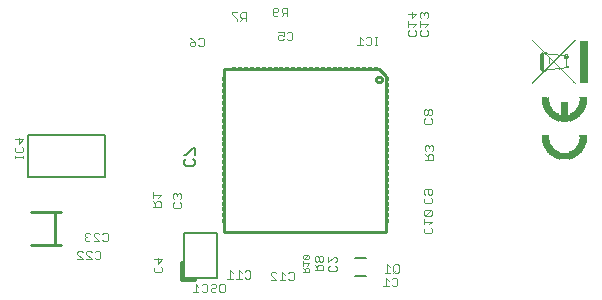
<source format=gbo>
G75*
%MOIN*%
%OFA0B0*%
%FSLAX25Y25*%
%IPPOS*%
%LPD*%
%AMOC8*
5,1,8,0,0,1.08239X$1,22.5*
%
%ADD10C,0.00400*%
%ADD11C,0.00500*%
%ADD12C,0.00800*%
%ADD13C,0.00300*%
%ADD14C,0.01600*%
%ADD15C,0.01000*%
%ADD16R,0.01000X0.01200*%
%ADD17R,0.01200X0.01000*%
%ADD18R,0.00050X0.01500*%
%ADD19R,0.00050X0.01900*%
%ADD20R,0.00050X0.02200*%
%ADD21R,0.00050X0.02150*%
%ADD22R,0.00050X0.02450*%
%ADD23R,0.00050X0.02400*%
%ADD24R,0.00050X0.02650*%
%ADD25R,0.00050X0.02600*%
%ADD26R,0.00050X0.02800*%
%ADD27R,0.00050X0.02750*%
%ADD28R,0.00050X0.03000*%
%ADD29R,0.00050X0.02950*%
%ADD30R,0.00050X0.03150*%
%ADD31R,0.00050X0.03100*%
%ADD32R,0.00050X0.03300*%
%ADD33R,0.00050X0.03250*%
%ADD34R,0.00050X0.03400*%
%ADD35R,0.00050X0.03350*%
%ADD36R,0.00050X0.03550*%
%ADD37R,0.00050X0.03500*%
%ADD38R,0.00050X0.03650*%
%ADD39R,0.00050X0.03600*%
%ADD40R,0.00050X0.03750*%
%ADD41R,0.00050X0.03900*%
%ADD42R,0.00050X0.03850*%
%ADD43R,0.00050X0.04000*%
%ADD44R,0.00050X0.03950*%
%ADD45R,0.00050X0.04100*%
%ADD46R,0.00050X0.04050*%
%ADD47R,0.00050X0.04200*%
%ADD48R,0.00050X0.04150*%
%ADD49R,0.00050X0.04300*%
%ADD50R,0.00050X0.04250*%
%ADD51R,0.00050X0.04350*%
%ADD52R,0.00050X0.04450*%
%ADD53R,0.00050X0.04400*%
%ADD54R,0.00050X0.04550*%
%ADD55R,0.00050X0.04500*%
%ADD56R,0.00050X0.04650*%
%ADD57R,0.00050X0.04600*%
%ADD58R,0.00050X0.04700*%
%ADD59R,0.00050X0.04800*%
%ADD60R,0.00050X0.04750*%
%ADD61R,0.00050X0.04850*%
%ADD62R,0.00050X0.04950*%
%ADD63R,0.00050X0.04900*%
%ADD64R,0.00050X0.05000*%
%ADD65R,0.00050X0.05100*%
%ADD66R,0.00050X0.05050*%
%ADD67R,0.00050X0.05150*%
%ADD68R,0.00050X0.05200*%
%ADD69R,0.00050X0.05300*%
%ADD70R,0.00050X0.05250*%
%ADD71R,0.00050X0.05350*%
%ADD72R,0.00050X0.05400*%
%ADD73R,0.00050X0.05450*%
%ADD74R,0.00050X0.05550*%
%ADD75R,0.00050X0.05500*%
%ADD76R,0.00050X0.05600*%
%ADD77R,0.00050X0.05650*%
%ADD78R,0.00050X0.05700*%
%ADD79R,0.00050X0.05750*%
%ADD80R,0.00050X0.05800*%
%ADD81R,0.00050X0.05850*%
%ADD82R,0.00050X0.05900*%
%ADD83R,0.00050X0.05950*%
%ADD84R,0.00050X0.06000*%
%ADD85R,0.00050X0.00350*%
%ADD86R,0.00050X0.00300*%
%ADD87R,0.00050X0.03800*%
%ADD88R,0.00050X0.03700*%
%ADD89R,0.00050X0.03450*%
%ADD90R,0.00050X0.03200*%
%ADD91R,0.00050X0.03050*%
%ADD92R,0.00050X0.02900*%
%ADD93R,0.00050X0.02850*%
%ADD94R,0.00050X0.02700*%
%ADD95R,0.00050X0.02550*%
%ADD96R,0.00050X0.02500*%
%ADD97R,0.00050X0.02350*%
%ADD98R,0.00050X0.02300*%
%ADD99R,0.00050X0.02250*%
%ADD100R,0.00050X0.06600*%
%ADD101R,0.00050X0.06650*%
%ADD102R,0.00050X0.06700*%
%ADD103R,0.00050X0.01950*%
%ADD104R,0.00100X0.14000*%
%ADD105R,0.00100X0.00200*%
%ADD106R,0.00100X0.00100*%
%ADD107R,0.00100X0.00300*%
%ADD108R,0.00100X0.00400*%
%ADD109R,0.00100X0.00800*%
%ADD110R,0.00100X0.01100*%
%ADD111R,0.00100X0.00500*%
%ADD112R,0.00100X0.03400*%
%ADD113R,0.00100X0.00600*%
%ADD114R,0.00100X0.01900*%
%ADD115R,0.00100X0.02000*%
%ADD116R,0.00100X0.01800*%
%ADD117R,0.00100X0.06300*%
%ADD118R,0.00100X0.06400*%
%ADD119R,0.00100X0.06500*%
%ADD120R,0.00100X0.06000*%
%ADD121R,0.00100X0.01400*%
%ADD122R,0.00100X0.01600*%
%ADD123R,0.00100X0.02700*%
D10*
X0053621Y0026200D02*
X0055489Y0026200D01*
X0053621Y0028068D01*
X0053621Y0028535D01*
X0054088Y0029002D01*
X0055022Y0029002D01*
X0055489Y0028535D01*
X0056568Y0028535D02*
X0057035Y0029002D01*
X0057969Y0029002D01*
X0058436Y0028535D01*
X0059514Y0028535D02*
X0059981Y0029002D01*
X0060915Y0029002D01*
X0061382Y0028535D01*
X0061382Y0026667D01*
X0060915Y0026200D01*
X0059981Y0026200D01*
X0059514Y0026667D01*
X0058436Y0026200D02*
X0056568Y0028068D01*
X0056568Y0028535D01*
X0056568Y0026200D02*
X0058436Y0026200D01*
X0059068Y0032200D02*
X0060936Y0032200D01*
X0059068Y0034068D01*
X0059068Y0034535D01*
X0059535Y0035002D01*
X0060469Y0035002D01*
X0060936Y0034535D01*
X0062014Y0034535D02*
X0062481Y0035002D01*
X0063415Y0035002D01*
X0063882Y0034535D01*
X0063882Y0032667D01*
X0063415Y0032200D01*
X0062481Y0032200D01*
X0062014Y0032667D01*
X0057989Y0032667D02*
X0057522Y0032200D01*
X0056588Y0032200D01*
X0056121Y0032667D01*
X0056121Y0033134D01*
X0056588Y0033601D01*
X0057055Y0033601D01*
X0056588Y0033601D02*
X0056121Y0034068D01*
X0056121Y0034535D01*
X0056588Y0035002D01*
X0057522Y0035002D01*
X0057989Y0034535D01*
X0079082Y0026155D02*
X0081885Y0026155D01*
X0080484Y0024753D01*
X0080484Y0026622D01*
X0081418Y0023675D02*
X0081885Y0023208D01*
X0081885Y0022274D01*
X0081418Y0021807D01*
X0079549Y0021807D01*
X0079082Y0022274D01*
X0079082Y0023208D01*
X0079549Y0023675D01*
X0093109Y0018002D02*
X0094043Y0017068D01*
X0095121Y0017535D02*
X0095588Y0018002D01*
X0096522Y0018002D01*
X0096989Y0017535D01*
X0096989Y0015667D01*
X0096522Y0015200D01*
X0095588Y0015200D01*
X0095121Y0015667D01*
X0094043Y0015200D02*
X0092175Y0015200D01*
X0093109Y0015200D02*
X0093109Y0018002D01*
X0098068Y0017535D02*
X0098535Y0018002D01*
X0099469Y0018002D01*
X0099936Y0017535D01*
X0099936Y0017068D01*
X0099469Y0016601D01*
X0098535Y0016601D01*
X0098068Y0016134D01*
X0098068Y0015667D01*
X0098535Y0015200D01*
X0099469Y0015200D01*
X0099936Y0015667D01*
X0101014Y0015667D02*
X0101014Y0017535D01*
X0101481Y0018002D01*
X0102415Y0018002D01*
X0102882Y0017535D01*
X0102882Y0015667D01*
X0102415Y0015200D01*
X0101481Y0015200D01*
X0101014Y0015667D01*
X0103621Y0019700D02*
X0105489Y0019700D01*
X0104555Y0019700D02*
X0104555Y0022502D01*
X0105489Y0021568D01*
X0107502Y0022502D02*
X0107502Y0019700D01*
X0108436Y0019700D02*
X0106568Y0019700D01*
X0109514Y0020167D02*
X0109981Y0019700D01*
X0110915Y0019700D01*
X0111382Y0020167D01*
X0111382Y0022035D01*
X0110915Y0022502D01*
X0109981Y0022502D01*
X0109514Y0022035D01*
X0108436Y0021568D02*
X0107502Y0022502D01*
X0118121Y0021535D02*
X0118121Y0021068D01*
X0119989Y0019200D01*
X0118121Y0019200D01*
X0121068Y0019200D02*
X0122936Y0019200D01*
X0122002Y0019200D02*
X0122002Y0022002D01*
X0122936Y0021068D01*
X0124014Y0021535D02*
X0124481Y0022002D01*
X0125415Y0022002D01*
X0125882Y0021535D01*
X0125882Y0019667D01*
X0125415Y0019200D01*
X0124481Y0019200D01*
X0124014Y0019667D01*
X0119989Y0021535D02*
X0119522Y0022002D01*
X0118588Y0022002D01*
X0118121Y0021535D01*
X0132782Y0022452D02*
X0135585Y0022452D01*
X0135585Y0023853D01*
X0135118Y0024320D01*
X0134184Y0024320D01*
X0133717Y0023853D01*
X0133717Y0022452D01*
X0133717Y0023386D02*
X0132782Y0024320D01*
X0133249Y0025398D02*
X0133717Y0025398D01*
X0134184Y0025866D01*
X0134184Y0026800D01*
X0133717Y0027267D01*
X0133249Y0027267D01*
X0132782Y0026800D01*
X0132782Y0025866D01*
X0133249Y0025398D01*
X0134184Y0025866D02*
X0134651Y0025398D01*
X0135118Y0025398D01*
X0135585Y0025866D01*
X0135585Y0026800D01*
X0135118Y0027267D01*
X0134651Y0027267D01*
X0134184Y0026800D01*
X0137282Y0027015D02*
X0137282Y0025147D01*
X0139151Y0027015D01*
X0139618Y0027015D01*
X0140085Y0026548D01*
X0140085Y0025614D01*
X0139618Y0025147D01*
X0139618Y0024068D02*
X0140085Y0023601D01*
X0140085Y0022667D01*
X0139618Y0022200D01*
X0137749Y0022200D01*
X0137282Y0022667D01*
X0137282Y0023601D01*
X0137749Y0024068D01*
X0156068Y0021700D02*
X0157936Y0021700D01*
X0157002Y0021700D02*
X0157002Y0024502D01*
X0157936Y0023568D01*
X0159014Y0024035D02*
X0159014Y0022167D01*
X0159481Y0021700D01*
X0160415Y0021700D01*
X0160882Y0022167D01*
X0160882Y0024035D01*
X0160415Y0024502D01*
X0159481Y0024502D01*
X0159014Y0024035D01*
X0159948Y0022634D02*
X0159014Y0021700D01*
X0158981Y0020002D02*
X0159915Y0020002D01*
X0160382Y0019535D01*
X0160382Y0017667D01*
X0159915Y0017200D01*
X0158981Y0017200D01*
X0158514Y0017667D01*
X0157436Y0017200D02*
X0155568Y0017200D01*
X0156502Y0017200D02*
X0156502Y0020002D01*
X0157436Y0019068D01*
X0158514Y0019535D02*
X0158981Y0020002D01*
X0169549Y0034860D02*
X0169082Y0035328D01*
X0169082Y0036262D01*
X0169549Y0036729D01*
X0169082Y0037807D02*
X0169082Y0039675D01*
X0169082Y0038741D02*
X0171885Y0038741D01*
X0170951Y0037807D01*
X0171418Y0036729D02*
X0171885Y0036262D01*
X0171885Y0035328D01*
X0171418Y0034860D01*
X0169549Y0034860D01*
X0169549Y0040753D02*
X0171418Y0042622D01*
X0169549Y0042622D01*
X0169082Y0042155D01*
X0169082Y0041221D01*
X0169549Y0040753D01*
X0171418Y0040753D01*
X0171885Y0041221D01*
X0171885Y0042155D01*
X0171418Y0042622D01*
X0171418Y0044807D02*
X0169549Y0044807D01*
X0169082Y0045274D01*
X0169082Y0046208D01*
X0169549Y0046675D01*
X0169549Y0047753D02*
X0169082Y0048221D01*
X0169082Y0049155D01*
X0169549Y0049622D01*
X0171418Y0049622D01*
X0171885Y0049155D01*
X0171885Y0048221D01*
X0171418Y0047753D01*
X0170951Y0047753D01*
X0170484Y0048221D01*
X0170484Y0049622D01*
X0171418Y0046675D02*
X0171885Y0046208D01*
X0171885Y0045274D01*
X0171418Y0044807D01*
X0170517Y0059307D02*
X0170517Y0060708D01*
X0170984Y0061175D01*
X0171918Y0061175D01*
X0172385Y0060708D01*
X0172385Y0059307D01*
X0169582Y0059307D01*
X0170517Y0060241D02*
X0169582Y0061175D01*
X0170049Y0062253D02*
X0169582Y0062721D01*
X0169582Y0063655D01*
X0170049Y0064122D01*
X0170517Y0064122D01*
X0170984Y0063655D01*
X0170984Y0063188D01*
X0170984Y0063655D02*
X0171451Y0064122D01*
X0171918Y0064122D01*
X0172385Y0063655D01*
X0172385Y0062721D01*
X0171918Y0062253D01*
X0171418Y0071307D02*
X0169549Y0071307D01*
X0169082Y0071774D01*
X0169082Y0072708D01*
X0169549Y0073175D01*
X0169549Y0074253D02*
X0170017Y0074253D01*
X0170484Y0074721D01*
X0170484Y0075655D01*
X0170017Y0076122D01*
X0169549Y0076122D01*
X0169082Y0075655D01*
X0169082Y0074721D01*
X0169549Y0074253D01*
X0170484Y0074721D02*
X0170951Y0074253D01*
X0171418Y0074253D01*
X0171885Y0074721D01*
X0171885Y0075655D01*
X0171418Y0076122D01*
X0170951Y0076122D01*
X0170484Y0075655D01*
X0171418Y0073175D02*
X0171885Y0072708D01*
X0171885Y0071774D01*
X0171418Y0071307D01*
X0153678Y0097574D02*
X0152744Y0097574D01*
X0153211Y0097574D02*
X0153211Y0100376D01*
X0153678Y0100376D02*
X0152744Y0100376D01*
X0151713Y0099909D02*
X0151713Y0098041D01*
X0151246Y0097574D01*
X0150312Y0097574D01*
X0149845Y0098041D01*
X0148767Y0097574D02*
X0146899Y0097574D01*
X0147833Y0097574D02*
X0147833Y0100376D01*
X0148767Y0099442D01*
X0149845Y0099909D02*
X0150312Y0100376D01*
X0151246Y0100376D01*
X0151713Y0099909D01*
X0163782Y0101167D02*
X0164249Y0100700D01*
X0166118Y0100700D01*
X0166585Y0101167D01*
X0166585Y0102101D01*
X0166118Y0102568D01*
X0165651Y0103647D02*
X0166585Y0104581D01*
X0163782Y0104581D01*
X0163782Y0103647D02*
X0163782Y0105515D01*
X0165184Y0106593D02*
X0165184Y0108461D01*
X0166585Y0107994D02*
X0163782Y0107994D01*
X0165184Y0106593D02*
X0166585Y0107994D01*
X0167782Y0107990D02*
X0167782Y0107056D01*
X0168249Y0106589D01*
X0167782Y0105511D02*
X0167782Y0103643D01*
X0167782Y0104577D02*
X0170585Y0104577D01*
X0169651Y0103643D01*
X0170118Y0102564D02*
X0170585Y0102097D01*
X0170585Y0101163D01*
X0170118Y0100696D01*
X0168249Y0100696D01*
X0167782Y0101163D01*
X0167782Y0102097D01*
X0168249Y0102564D01*
X0164249Y0102568D02*
X0163782Y0102101D01*
X0163782Y0101167D01*
X0170118Y0106589D02*
X0170585Y0107056D01*
X0170585Y0107990D01*
X0170118Y0108457D01*
X0169651Y0108457D01*
X0169184Y0107990D01*
X0168717Y0108457D01*
X0168249Y0108457D01*
X0167782Y0107990D01*
X0169184Y0107990D02*
X0169184Y0107523D01*
X0125382Y0101535D02*
X0125382Y0099667D01*
X0124915Y0099200D01*
X0123981Y0099200D01*
X0123514Y0099667D01*
X0122436Y0099667D02*
X0121969Y0099200D01*
X0121035Y0099200D01*
X0120568Y0099667D01*
X0120568Y0100601D01*
X0121035Y0101068D01*
X0121502Y0101068D01*
X0122436Y0100601D01*
X0122436Y0102002D01*
X0120568Y0102002D01*
X0123514Y0101535D02*
X0123981Y0102002D01*
X0124915Y0102002D01*
X0125382Y0101535D01*
X0123634Y0107200D02*
X0123634Y0110002D01*
X0122233Y0110002D01*
X0121766Y0109535D01*
X0121766Y0108601D01*
X0122233Y0108134D01*
X0123634Y0108134D01*
X0122700Y0108134D02*
X0121766Y0107200D01*
X0120688Y0107667D02*
X0120221Y0107200D01*
X0119287Y0107200D01*
X0118820Y0107667D01*
X0118820Y0109535D01*
X0119287Y0110002D01*
X0120221Y0110002D01*
X0120688Y0109535D01*
X0120688Y0109068D01*
X0120221Y0108601D01*
X0118820Y0108601D01*
X0109882Y0108502D02*
X0109882Y0105700D01*
X0109882Y0106634D02*
X0108481Y0106634D01*
X0108014Y0107101D01*
X0108014Y0108035D01*
X0108481Y0108502D01*
X0109882Y0108502D01*
X0106936Y0108502D02*
X0105068Y0108502D01*
X0105068Y0108035D01*
X0106936Y0106167D01*
X0106936Y0105700D01*
X0108014Y0105700D02*
X0108948Y0106634D01*
X0095882Y0099535D02*
X0095882Y0097667D01*
X0095415Y0097200D01*
X0094481Y0097200D01*
X0094014Y0097667D01*
X0092936Y0097667D02*
X0092469Y0097200D01*
X0091535Y0097200D01*
X0091068Y0097667D01*
X0091068Y0098134D01*
X0091535Y0098601D01*
X0092936Y0098601D01*
X0092936Y0097667D01*
X0092936Y0098601D02*
X0092002Y0099535D01*
X0091068Y0100002D01*
X0094014Y0099535D02*
X0094481Y0100002D01*
X0095415Y0100002D01*
X0095882Y0099535D01*
X0035685Y0066155D02*
X0034284Y0064753D01*
X0034284Y0066622D01*
X0035685Y0066155D02*
X0032882Y0066155D01*
X0033349Y0063675D02*
X0032882Y0063208D01*
X0032882Y0062274D01*
X0033349Y0061807D01*
X0035218Y0061807D01*
X0035685Y0062274D01*
X0035685Y0063208D01*
X0035218Y0063675D01*
X0035685Y0060777D02*
X0035685Y0059843D01*
X0035685Y0060310D02*
X0032882Y0060310D01*
X0032882Y0059843D02*
X0032882Y0060777D01*
X0078782Y0048515D02*
X0078782Y0046647D01*
X0078782Y0047581D02*
X0081585Y0047581D01*
X0080651Y0046647D01*
X0081118Y0045568D02*
X0080184Y0045568D01*
X0079717Y0045101D01*
X0079717Y0043700D01*
X0079717Y0044634D02*
X0078782Y0045568D01*
X0078782Y0043700D02*
X0081585Y0043700D01*
X0081585Y0045101D01*
X0081118Y0045568D01*
X0085582Y0044708D02*
X0086049Y0045175D01*
X0085582Y0044708D02*
X0085582Y0043774D01*
X0086049Y0043307D01*
X0087918Y0043307D01*
X0088385Y0043774D01*
X0088385Y0044708D01*
X0087918Y0045175D01*
X0087918Y0046253D02*
X0088385Y0046721D01*
X0088385Y0047655D01*
X0087918Y0048122D01*
X0087451Y0048122D01*
X0086984Y0047655D01*
X0086517Y0048122D01*
X0086049Y0048122D01*
X0085582Y0047655D01*
X0085582Y0046721D01*
X0086049Y0046253D01*
X0086984Y0047188D02*
X0086984Y0047655D01*
D11*
X0089916Y0057250D02*
X0089332Y0057834D01*
X0089332Y0059001D01*
X0089916Y0059585D01*
X0089916Y0060933D02*
X0089332Y0060933D01*
X0089916Y0060933D02*
X0092252Y0063268D01*
X0092835Y0063268D01*
X0092835Y0060933D01*
X0092252Y0059585D02*
X0092835Y0059001D01*
X0092835Y0057834D01*
X0092252Y0057250D01*
X0089916Y0057250D01*
X0089082Y0035000D02*
X0089082Y0020000D01*
X0100082Y0020000D01*
X0100082Y0035000D01*
X0089082Y0035000D01*
D12*
X0062982Y0053500D02*
X0062982Y0067500D01*
X0037182Y0067500D01*
X0037182Y0053500D01*
X0062982Y0053500D01*
X0146114Y0026453D02*
X0150051Y0026453D01*
X0150051Y0020547D02*
X0146114Y0020547D01*
D13*
X0130834Y0021894D02*
X0130834Y0022945D01*
X0130484Y0023295D01*
X0129783Y0023295D01*
X0129433Y0022945D01*
X0129433Y0021894D01*
X0128732Y0021894D02*
X0130834Y0021894D01*
X0129433Y0022595D02*
X0128732Y0023295D01*
X0128732Y0024104D02*
X0128732Y0025505D01*
X0128732Y0024805D02*
X0130834Y0024805D01*
X0130134Y0024104D01*
X0130484Y0026314D02*
X0130834Y0026664D01*
X0130834Y0027365D01*
X0130484Y0027715D01*
X0129083Y0026314D01*
X0128732Y0026664D01*
X0128732Y0027365D01*
X0129083Y0027715D01*
X0130484Y0027715D01*
X0130484Y0026314D02*
X0129083Y0026314D01*
D14*
X0092582Y0019500D02*
X0088582Y0019500D01*
X0088582Y0025000D01*
D15*
X0102484Y0035402D02*
X0156681Y0035402D01*
X0156681Y0087201D01*
X0154283Y0089598D01*
X0102484Y0089598D01*
X0102484Y0035402D01*
X0048382Y0030902D02*
X0038283Y0030902D01*
X0046082Y0031000D02*
X0046082Y0042000D01*
X0048382Y0042098D02*
X0038283Y0042098D01*
X0153205Y0086122D02*
X0153207Y0086184D01*
X0153213Y0086247D01*
X0153223Y0086308D01*
X0153237Y0086369D01*
X0153254Y0086429D01*
X0153275Y0086488D01*
X0153301Y0086545D01*
X0153329Y0086600D01*
X0153361Y0086654D01*
X0153397Y0086705D01*
X0153435Y0086755D01*
X0153477Y0086801D01*
X0153521Y0086845D01*
X0153569Y0086886D01*
X0153618Y0086924D01*
X0153670Y0086958D01*
X0153724Y0086989D01*
X0153780Y0087017D01*
X0153838Y0087041D01*
X0153897Y0087062D01*
X0153957Y0087078D01*
X0154018Y0087091D01*
X0154080Y0087100D01*
X0154142Y0087105D01*
X0154205Y0087106D01*
X0154267Y0087103D01*
X0154329Y0087096D01*
X0154391Y0087085D01*
X0154451Y0087070D01*
X0154511Y0087052D01*
X0154569Y0087030D01*
X0154626Y0087004D01*
X0154681Y0086974D01*
X0154734Y0086941D01*
X0154785Y0086905D01*
X0154833Y0086866D01*
X0154879Y0086823D01*
X0154922Y0086778D01*
X0154962Y0086730D01*
X0154999Y0086680D01*
X0155033Y0086627D01*
X0155064Y0086573D01*
X0155090Y0086517D01*
X0155114Y0086459D01*
X0155133Y0086399D01*
X0155149Y0086339D01*
X0155161Y0086277D01*
X0155169Y0086216D01*
X0155173Y0086153D01*
X0155173Y0086091D01*
X0155169Y0086028D01*
X0155161Y0085967D01*
X0155149Y0085905D01*
X0155133Y0085845D01*
X0155114Y0085785D01*
X0155090Y0085727D01*
X0155064Y0085671D01*
X0155033Y0085617D01*
X0154999Y0085564D01*
X0154962Y0085514D01*
X0154922Y0085466D01*
X0154879Y0085421D01*
X0154833Y0085378D01*
X0154785Y0085339D01*
X0154734Y0085303D01*
X0154681Y0085270D01*
X0154626Y0085240D01*
X0154569Y0085214D01*
X0154511Y0085192D01*
X0154451Y0085174D01*
X0154391Y0085159D01*
X0154329Y0085148D01*
X0154267Y0085141D01*
X0154205Y0085138D01*
X0154142Y0085139D01*
X0154080Y0085144D01*
X0154018Y0085153D01*
X0153957Y0085166D01*
X0153897Y0085182D01*
X0153838Y0085203D01*
X0153780Y0085227D01*
X0153724Y0085255D01*
X0153670Y0085286D01*
X0153618Y0085320D01*
X0153569Y0085358D01*
X0153521Y0085399D01*
X0153477Y0085443D01*
X0153435Y0085489D01*
X0153397Y0085539D01*
X0153361Y0085590D01*
X0153329Y0085644D01*
X0153301Y0085699D01*
X0153275Y0085756D01*
X0153254Y0085815D01*
X0153237Y0085875D01*
X0153223Y0085936D01*
X0153213Y0085997D01*
X0153207Y0086060D01*
X0153205Y0086122D01*
D16*
X0157094Y0086122D03*
X0157094Y0084154D03*
X0157094Y0082185D03*
X0157094Y0080217D03*
X0157094Y0078248D03*
X0157094Y0076280D03*
X0157094Y0074311D03*
X0157094Y0072343D03*
X0157094Y0070374D03*
X0157094Y0068406D03*
X0157094Y0066437D03*
X0157094Y0064469D03*
X0157094Y0062500D03*
X0157094Y0060531D03*
X0157094Y0058563D03*
X0157094Y0056594D03*
X0157094Y0054626D03*
X0157094Y0052657D03*
X0157094Y0050689D03*
X0157094Y0048720D03*
X0157094Y0046752D03*
X0157094Y0044783D03*
X0157094Y0042815D03*
X0157094Y0040846D03*
X0157094Y0038878D03*
X0102071Y0038878D03*
X0102071Y0040846D03*
X0102071Y0042815D03*
X0102071Y0044783D03*
X0102071Y0046752D03*
X0102071Y0048720D03*
X0102071Y0050689D03*
X0102071Y0052657D03*
X0102071Y0054626D03*
X0102071Y0056594D03*
X0102071Y0058563D03*
X0102071Y0060531D03*
X0102071Y0062500D03*
X0102071Y0064469D03*
X0102071Y0066437D03*
X0102071Y0068406D03*
X0102071Y0070374D03*
X0102071Y0072343D03*
X0102071Y0074311D03*
X0102071Y0076280D03*
X0102071Y0078248D03*
X0102071Y0080217D03*
X0102071Y0082185D03*
X0102071Y0084154D03*
X0102071Y0086122D03*
D17*
X0105960Y0090012D03*
X0107929Y0090012D03*
X0109897Y0090012D03*
X0111866Y0090012D03*
X0113834Y0090012D03*
X0115803Y0090012D03*
X0117771Y0090012D03*
X0119740Y0090012D03*
X0121708Y0090012D03*
X0123677Y0090012D03*
X0125645Y0090012D03*
X0127614Y0090012D03*
X0129582Y0090012D03*
X0131551Y0090012D03*
X0133519Y0090012D03*
X0135488Y0090012D03*
X0137456Y0090012D03*
X0139425Y0090012D03*
X0141393Y0090012D03*
X0143362Y0090012D03*
X0145330Y0090012D03*
X0147299Y0090012D03*
X0149267Y0090012D03*
X0151236Y0090012D03*
X0153204Y0090012D03*
X0153204Y0034988D03*
X0151236Y0034988D03*
X0149267Y0034988D03*
X0147299Y0034988D03*
X0145330Y0034988D03*
X0143362Y0034988D03*
X0141393Y0034988D03*
X0139425Y0034988D03*
X0137456Y0034988D03*
X0135488Y0034988D03*
X0133519Y0034988D03*
X0131551Y0034988D03*
X0129582Y0034988D03*
X0127614Y0034988D03*
X0125645Y0034988D03*
X0123677Y0034988D03*
X0121708Y0034988D03*
X0119740Y0034988D03*
X0117771Y0034988D03*
X0115803Y0034988D03*
X0113834Y0034988D03*
X0111866Y0034988D03*
X0109897Y0034988D03*
X0107929Y0034988D03*
X0105960Y0034988D03*
D18*
X0208832Y0066775D03*
X0208832Y0066775D03*
X0223582Y0066775D03*
X0223582Y0066775D03*
X0223582Y0079375D03*
X0223582Y0079375D03*
X0208832Y0079375D03*
X0208832Y0079375D03*
D19*
X0208882Y0079175D03*
X0208882Y0079175D03*
X0223532Y0079175D03*
X0223532Y0079175D03*
X0223532Y0066625D03*
X0223532Y0066625D03*
D20*
X0223482Y0066475D03*
X0223482Y0066475D03*
X0217032Y0060575D03*
X0217032Y0060575D03*
X0216632Y0060525D03*
X0216632Y0060525D03*
X0216582Y0060525D03*
X0216582Y0060525D03*
X0216532Y0060525D03*
X0216532Y0060525D03*
X0216482Y0060525D03*
X0216482Y0060525D03*
X0216432Y0060525D03*
X0216432Y0060525D03*
X0216382Y0060525D03*
X0216382Y0060525D03*
X0216332Y0060525D03*
X0216332Y0060525D03*
X0216282Y0060525D03*
X0216282Y0060525D03*
X0216232Y0060525D03*
X0216232Y0060525D03*
X0216182Y0060525D03*
X0216182Y0060525D03*
X0216132Y0060525D03*
X0216132Y0060525D03*
X0216082Y0060525D03*
X0216082Y0060525D03*
X0216032Y0060525D03*
X0216032Y0060525D03*
X0215982Y0060525D03*
X0215982Y0060525D03*
X0215932Y0060525D03*
X0215932Y0060525D03*
X0215882Y0060525D03*
X0215882Y0060525D03*
X0215832Y0060525D03*
X0215832Y0060525D03*
X0215782Y0060525D03*
X0215782Y0060525D03*
X0215382Y0060575D03*
X0215382Y0060575D03*
X0208932Y0066475D03*
X0208932Y0066475D03*
D21*
X0208932Y0079050D03*
X0208932Y0079050D03*
X0223482Y0079050D03*
X0223482Y0079050D03*
D22*
X0218932Y0073750D03*
X0218932Y0073750D03*
X0218832Y0073700D03*
X0218832Y0073700D03*
X0218782Y0073700D03*
X0218782Y0073700D03*
X0218732Y0073650D03*
X0218732Y0073650D03*
X0213682Y0073650D03*
X0213682Y0073650D03*
X0213632Y0073700D03*
X0213632Y0073700D03*
X0213582Y0073700D03*
X0213582Y0073700D03*
X0213482Y0073750D03*
X0213482Y0073750D03*
X0208982Y0066350D03*
X0208982Y0066350D03*
X0213482Y0061150D03*
X0213482Y0061150D03*
X0213532Y0061150D03*
X0213532Y0061150D03*
X0213582Y0061100D03*
X0213582Y0061100D03*
X0213632Y0061100D03*
X0213632Y0061100D03*
X0213682Y0061050D03*
X0213682Y0061050D03*
X0213732Y0061050D03*
X0213732Y0061050D03*
X0213832Y0061000D03*
X0213832Y0061000D03*
X0218582Y0061000D03*
X0218582Y0061000D03*
X0218682Y0061050D03*
X0218682Y0061050D03*
X0218732Y0061050D03*
X0218732Y0061050D03*
X0218782Y0061100D03*
X0218782Y0061100D03*
X0218832Y0061100D03*
X0218832Y0061100D03*
X0218882Y0061150D03*
X0218882Y0061150D03*
X0223432Y0066350D03*
X0223432Y0066350D03*
D23*
X0218632Y0061025D03*
X0218632Y0061025D03*
X0218532Y0060975D03*
X0218532Y0060975D03*
X0218482Y0060975D03*
X0218482Y0060975D03*
X0218432Y0060925D03*
X0218432Y0060925D03*
X0218382Y0060925D03*
X0218382Y0060925D03*
X0214032Y0060925D03*
X0214032Y0060925D03*
X0213982Y0060925D03*
X0213982Y0060925D03*
X0213932Y0060975D03*
X0213932Y0060975D03*
X0213882Y0060975D03*
X0213882Y0060975D03*
X0213782Y0061025D03*
X0213782Y0061025D03*
X0214132Y0073475D03*
X0214132Y0073475D03*
X0213982Y0073525D03*
X0213982Y0073525D03*
X0213882Y0073575D03*
X0213882Y0073575D03*
X0213832Y0073575D03*
X0213832Y0073575D03*
X0213782Y0073625D03*
X0213782Y0073625D03*
X0213732Y0073625D03*
X0213732Y0073625D03*
X0218282Y0073475D03*
X0218282Y0073475D03*
X0218432Y0073525D03*
X0218432Y0073525D03*
X0218532Y0073575D03*
X0218532Y0073575D03*
X0218582Y0073575D03*
X0218582Y0073575D03*
X0218632Y0073625D03*
X0218632Y0073625D03*
X0218682Y0073625D03*
X0218682Y0073625D03*
X0223432Y0078925D03*
X0223432Y0078925D03*
X0208982Y0078925D03*
X0208982Y0078925D03*
D24*
X0212832Y0074150D03*
X0212832Y0074150D03*
X0212882Y0074100D03*
X0212882Y0074100D03*
X0219532Y0074100D03*
X0219532Y0074100D03*
X0219582Y0074150D03*
X0219582Y0074150D03*
X0223382Y0066250D03*
X0223382Y0066250D03*
X0219582Y0061550D03*
X0219582Y0061550D03*
X0219532Y0061500D03*
X0219532Y0061500D03*
X0219432Y0061450D03*
X0219432Y0061450D03*
X0212982Y0061450D03*
X0212982Y0061450D03*
X0212882Y0061500D03*
X0212882Y0061500D03*
X0212832Y0061550D03*
X0212832Y0061550D03*
X0209032Y0066250D03*
X0209032Y0066250D03*
D25*
X0212932Y0061475D03*
X0212932Y0061475D03*
X0213032Y0061425D03*
X0213032Y0061425D03*
X0213082Y0061375D03*
X0213082Y0061375D03*
X0219332Y0061375D03*
X0219332Y0061375D03*
X0219382Y0061425D03*
X0219382Y0061425D03*
X0219482Y0061475D03*
X0219482Y0061475D03*
X0219332Y0073975D03*
X0219332Y0073975D03*
X0219382Y0074025D03*
X0219382Y0074025D03*
X0219432Y0074025D03*
X0219432Y0074025D03*
X0219482Y0074075D03*
X0219482Y0074075D03*
X0213082Y0073975D03*
X0213082Y0073975D03*
X0213032Y0074025D03*
X0213032Y0074025D03*
X0212982Y0074025D03*
X0212982Y0074025D03*
X0212932Y0074075D03*
X0212932Y0074075D03*
X0209032Y0078825D03*
X0209032Y0078825D03*
X0223382Y0078825D03*
X0223382Y0078825D03*
D26*
X0220032Y0074475D03*
X0220032Y0074475D03*
X0219982Y0074425D03*
X0219982Y0074425D03*
X0212432Y0074425D03*
X0212432Y0074425D03*
X0212382Y0074475D03*
X0212382Y0074475D03*
X0209082Y0078725D03*
X0209082Y0078725D03*
X0209082Y0066175D03*
X0209082Y0066175D03*
X0212482Y0061825D03*
X0212482Y0061825D03*
X0212532Y0061775D03*
X0212532Y0061775D03*
X0219882Y0061775D03*
X0219882Y0061775D03*
X0219932Y0061825D03*
X0219932Y0061825D03*
X0223332Y0066175D03*
X0223332Y0066175D03*
D27*
X0219832Y0061750D03*
X0219832Y0061750D03*
X0219782Y0061700D03*
X0219782Y0061700D03*
X0219732Y0061650D03*
X0219732Y0061650D03*
X0212682Y0061650D03*
X0212682Y0061650D03*
X0212632Y0061700D03*
X0212632Y0061700D03*
X0212582Y0061750D03*
X0212582Y0061750D03*
X0212582Y0074300D03*
X0212582Y0074300D03*
X0212532Y0074350D03*
X0212532Y0074350D03*
X0212482Y0074400D03*
X0212482Y0074400D03*
X0219832Y0074300D03*
X0219832Y0074300D03*
X0219882Y0074350D03*
X0219882Y0074350D03*
X0219932Y0074400D03*
X0219932Y0074400D03*
X0223332Y0078750D03*
X0223332Y0078750D03*
D28*
X0223282Y0066075D03*
X0223282Y0066075D03*
X0220332Y0062175D03*
X0220332Y0062175D03*
X0220282Y0062125D03*
X0220282Y0062125D03*
X0212132Y0062125D03*
X0212132Y0062125D03*
X0212082Y0062175D03*
X0212082Y0062175D03*
X0209132Y0066075D03*
X0209132Y0066075D03*
D29*
X0212182Y0062050D03*
X0212182Y0062050D03*
X0220232Y0062050D03*
X0220232Y0062050D03*
X0220232Y0074650D03*
X0220232Y0074650D03*
X0220282Y0074700D03*
X0220282Y0074700D03*
X0223282Y0078650D03*
X0223282Y0078650D03*
X0212182Y0074650D03*
X0212182Y0074650D03*
X0212132Y0074700D03*
X0212132Y0074700D03*
X0209132Y0078650D03*
X0209132Y0078650D03*
D30*
X0211882Y0074950D03*
X0211882Y0074950D03*
X0220532Y0074950D03*
X0220532Y0074950D03*
X0223232Y0066000D03*
X0223232Y0066000D03*
X0220532Y0062350D03*
X0220532Y0062350D03*
X0211882Y0062350D03*
X0211882Y0062350D03*
X0209182Y0066000D03*
X0209182Y0066000D03*
D31*
X0211932Y0062325D03*
X0211932Y0062325D03*
X0211982Y0062275D03*
X0211982Y0062275D03*
X0220432Y0062275D03*
X0220432Y0062275D03*
X0220482Y0062325D03*
X0220482Y0062325D03*
X0220482Y0074925D03*
X0220482Y0074925D03*
X0223232Y0078575D03*
X0223232Y0078575D03*
X0211932Y0074925D03*
X0211932Y0074925D03*
X0209182Y0078575D03*
X0209182Y0078575D03*
D32*
X0211732Y0075125D03*
X0211732Y0075125D03*
X0220682Y0075125D03*
X0220682Y0075125D03*
X0223182Y0065925D03*
X0223182Y0065925D03*
X0209232Y0065925D03*
X0209232Y0065925D03*
D33*
X0211732Y0062550D03*
X0211732Y0062550D03*
X0211782Y0062500D03*
X0211782Y0062500D03*
X0220632Y0062500D03*
X0220632Y0062500D03*
X0220682Y0062550D03*
X0220682Y0062550D03*
X0223182Y0078500D03*
X0223182Y0078500D03*
X0209232Y0078500D03*
X0209232Y0078500D03*
D34*
X0211582Y0075325D03*
X0211582Y0075325D03*
X0211632Y0075275D03*
X0211632Y0075275D03*
X0220782Y0075275D03*
X0220782Y0075275D03*
X0223132Y0065875D03*
X0223132Y0065875D03*
X0220782Y0062675D03*
X0220782Y0062675D03*
X0211632Y0062675D03*
X0211632Y0062675D03*
X0209282Y0065875D03*
X0209282Y0065875D03*
D35*
X0211682Y0062600D03*
X0211682Y0062600D03*
X0220732Y0062600D03*
X0220732Y0062600D03*
X0220732Y0075200D03*
X0220732Y0075200D03*
X0223132Y0078450D03*
X0223132Y0078450D03*
X0211682Y0075200D03*
X0211682Y0075200D03*
X0209282Y0078450D03*
X0209282Y0078450D03*
D36*
X0209332Y0065800D03*
X0209332Y0065800D03*
X0211482Y0062900D03*
X0211482Y0062900D03*
X0220932Y0062900D03*
X0220932Y0062900D03*
X0223082Y0065800D03*
X0223082Y0065800D03*
D37*
X0220882Y0062825D03*
X0220882Y0062825D03*
X0211532Y0062825D03*
X0211532Y0062825D03*
X0209332Y0078375D03*
X0209332Y0078375D03*
X0223082Y0078375D03*
X0223082Y0078375D03*
D38*
X0220982Y0075550D03*
X0220982Y0075550D03*
X0211432Y0075550D03*
X0211432Y0075550D03*
X0209382Y0065750D03*
X0209382Y0065750D03*
X0211432Y0062950D03*
X0211432Y0062950D03*
X0220982Y0062950D03*
X0220982Y0062950D03*
X0223032Y0065750D03*
X0223032Y0065750D03*
D39*
X0220932Y0075475D03*
X0220932Y0075475D03*
X0223032Y0078325D03*
X0223032Y0078325D03*
X0211482Y0075475D03*
X0211482Y0075475D03*
X0209382Y0078325D03*
X0209382Y0078325D03*
D40*
X0209432Y0078250D03*
X0209432Y0078250D03*
X0222982Y0078250D03*
X0222982Y0078250D03*
X0222982Y0065700D03*
X0222982Y0065700D03*
X0221032Y0063050D03*
X0221032Y0063050D03*
X0209432Y0065700D03*
X0209432Y0065700D03*
D41*
X0209482Y0065625D03*
X0209482Y0065625D03*
X0211282Y0063225D03*
X0211282Y0063225D03*
X0221132Y0063225D03*
X0221132Y0063225D03*
X0222932Y0065625D03*
X0222932Y0065625D03*
X0221132Y0075825D03*
X0221132Y0075825D03*
X0211282Y0075825D03*
X0211282Y0075825D03*
D42*
X0209482Y0078200D03*
X0209482Y0078200D03*
X0222932Y0078200D03*
X0222932Y0078200D03*
D43*
X0221182Y0075925D03*
X0221182Y0075925D03*
X0211232Y0075925D03*
X0211232Y0075925D03*
X0209532Y0065575D03*
X0209532Y0065575D03*
X0211232Y0063325D03*
X0211232Y0063325D03*
X0221182Y0063325D03*
X0221182Y0063325D03*
X0222882Y0065575D03*
X0222882Y0065575D03*
D44*
X0222882Y0078150D03*
X0222882Y0078150D03*
X0209532Y0078150D03*
X0209532Y0078150D03*
D45*
X0211182Y0076025D03*
X0211182Y0076025D03*
X0221232Y0076025D03*
X0221232Y0076025D03*
X0222832Y0065525D03*
X0222832Y0065525D03*
X0209582Y0065525D03*
X0209582Y0065525D03*
D46*
X0209582Y0078100D03*
X0209582Y0078100D03*
X0222832Y0078100D03*
X0222832Y0078100D03*
D47*
X0222782Y0065475D03*
X0222782Y0065475D03*
X0209632Y0065475D03*
X0209632Y0065475D03*
D48*
X0211182Y0063450D03*
X0211182Y0063450D03*
X0221232Y0063450D03*
X0221232Y0063450D03*
X0222782Y0078050D03*
X0222782Y0078050D03*
X0209632Y0078050D03*
X0209632Y0078050D03*
D49*
X0211132Y0076175D03*
X0211132Y0076175D03*
X0221282Y0076175D03*
X0221282Y0076175D03*
X0222732Y0065425D03*
X0222732Y0065425D03*
X0221282Y0063575D03*
X0221282Y0063575D03*
X0211132Y0063575D03*
X0211132Y0063575D03*
X0209682Y0065425D03*
X0209682Y0065425D03*
D50*
X0209682Y0078000D03*
X0209682Y0078000D03*
X0222732Y0078000D03*
X0222732Y0078000D03*
D51*
X0222682Y0077950D03*
X0222682Y0077950D03*
X0209732Y0077950D03*
X0209732Y0077950D03*
X0209732Y0065400D03*
X0209732Y0065400D03*
X0222682Y0065400D03*
X0222682Y0065400D03*
D52*
X0222632Y0065350D03*
X0222632Y0065350D03*
X0209782Y0065350D03*
X0209782Y0065350D03*
D53*
X0209782Y0077925D03*
X0209782Y0077925D03*
X0222632Y0077925D03*
X0222632Y0077925D03*
D54*
X0222582Y0065300D03*
X0222582Y0065300D03*
X0209832Y0065300D03*
X0209832Y0065300D03*
D55*
X0211082Y0063725D03*
X0211082Y0063725D03*
X0221332Y0063725D03*
X0221332Y0063725D03*
X0221332Y0076325D03*
X0221332Y0076325D03*
X0222582Y0077875D03*
X0222582Y0077875D03*
X0211082Y0076325D03*
X0211082Y0076325D03*
X0209832Y0077875D03*
X0209832Y0077875D03*
D56*
X0209932Y0077800D03*
X0209932Y0077800D03*
X0222482Y0077800D03*
X0222482Y0077800D03*
X0222532Y0065250D03*
X0222532Y0065250D03*
X0209882Y0065250D03*
X0209882Y0065250D03*
D57*
X0209882Y0077825D03*
X0209882Y0077825D03*
X0222532Y0077825D03*
X0222532Y0077825D03*
D58*
X0222482Y0065225D03*
X0222482Y0065225D03*
X0209932Y0065225D03*
X0209932Y0065225D03*
D59*
X0209982Y0065175D03*
X0209982Y0065175D03*
X0222432Y0065175D03*
X0222432Y0065175D03*
X0222382Y0077725D03*
X0222382Y0077725D03*
X0210032Y0077725D03*
X0210032Y0077725D03*
D60*
X0209982Y0077750D03*
X0209982Y0077750D03*
X0222432Y0077750D03*
X0222432Y0077750D03*
D61*
X0222382Y0065150D03*
X0222382Y0065150D03*
X0210032Y0065150D03*
X0210032Y0065150D03*
D62*
X0210082Y0065100D03*
X0210082Y0065100D03*
X0222332Y0065100D03*
X0222332Y0065100D03*
X0222282Y0077650D03*
X0222282Y0077650D03*
X0210132Y0077650D03*
X0210132Y0077650D03*
D63*
X0210082Y0077675D03*
X0210082Y0077675D03*
X0211032Y0076575D03*
X0211032Y0076575D03*
X0221382Y0076575D03*
X0221382Y0076575D03*
X0222332Y0077675D03*
X0222332Y0077675D03*
X0221382Y0063975D03*
X0221382Y0063975D03*
X0211032Y0063975D03*
X0211032Y0063975D03*
D64*
X0210132Y0065075D03*
X0210132Y0065075D03*
X0222282Y0065075D03*
X0222282Y0065075D03*
D65*
X0222232Y0065025D03*
X0222232Y0065025D03*
X0210182Y0065025D03*
X0210182Y0065025D03*
X0210232Y0077575D03*
X0210232Y0077575D03*
X0222182Y0077575D03*
X0222182Y0077575D03*
D66*
X0222232Y0077600D03*
X0222232Y0077600D03*
X0210182Y0077600D03*
X0210182Y0077600D03*
D67*
X0222132Y0077550D03*
X0222132Y0077550D03*
X0222182Y0065000D03*
X0222182Y0065000D03*
X0210232Y0065000D03*
X0210232Y0065000D03*
D68*
X0210282Y0064975D03*
X0210282Y0064975D03*
X0222132Y0064975D03*
X0222132Y0064975D03*
X0210282Y0077525D03*
X0210282Y0077525D03*
D69*
X0210382Y0077475D03*
X0210382Y0077475D03*
X0222032Y0077475D03*
X0222032Y0077475D03*
X0222082Y0064925D03*
X0222082Y0064925D03*
X0210332Y0064925D03*
X0210332Y0064925D03*
D70*
X0210332Y0077500D03*
X0210332Y0077500D03*
X0222082Y0077500D03*
X0222082Y0077500D03*
D71*
X0221982Y0077450D03*
X0221982Y0077450D03*
X0210432Y0077450D03*
X0210432Y0077450D03*
X0210382Y0064900D03*
X0210382Y0064900D03*
X0222032Y0064900D03*
X0222032Y0064900D03*
D72*
X0221982Y0064875D03*
X0221982Y0064875D03*
X0210432Y0064875D03*
X0210432Y0064875D03*
D73*
X0210482Y0064850D03*
X0210482Y0064850D03*
X0221932Y0064850D03*
X0221932Y0064850D03*
X0221932Y0077400D03*
X0221932Y0077400D03*
X0210482Y0077400D03*
X0210482Y0077400D03*
D74*
X0210582Y0077350D03*
X0210582Y0077350D03*
X0221832Y0077350D03*
X0221832Y0077350D03*
X0221882Y0064800D03*
X0221882Y0064800D03*
X0210532Y0064800D03*
X0210532Y0064800D03*
D75*
X0210532Y0077375D03*
X0210532Y0077375D03*
X0221882Y0077375D03*
X0221882Y0077375D03*
D76*
X0221782Y0077325D03*
X0221782Y0077325D03*
X0210632Y0077325D03*
X0210632Y0077325D03*
X0210582Y0064775D03*
X0210582Y0064775D03*
X0221832Y0064775D03*
X0221832Y0064775D03*
D77*
X0221782Y0064750D03*
X0221782Y0064750D03*
X0210632Y0064750D03*
X0210632Y0064750D03*
X0210682Y0077300D03*
X0210682Y0077300D03*
X0221732Y0077300D03*
X0221732Y0077300D03*
D78*
X0221682Y0077275D03*
X0221682Y0077275D03*
X0210732Y0077275D03*
X0210732Y0077275D03*
X0210682Y0064725D03*
X0210682Y0064725D03*
X0221732Y0064725D03*
X0221732Y0064725D03*
D79*
X0221682Y0064700D03*
X0221682Y0064700D03*
X0210732Y0064700D03*
X0210732Y0064700D03*
X0210782Y0077250D03*
X0210782Y0077250D03*
X0221632Y0077250D03*
X0221632Y0077250D03*
D80*
X0221582Y0077225D03*
X0221582Y0077225D03*
X0210832Y0077225D03*
X0210832Y0077225D03*
X0210782Y0064675D03*
X0210782Y0064675D03*
X0221632Y0064675D03*
X0221632Y0064675D03*
D81*
X0221582Y0064650D03*
X0221582Y0064650D03*
X0210832Y0064650D03*
X0210832Y0064650D03*
X0210882Y0077200D03*
X0210882Y0077200D03*
X0221532Y0077200D03*
X0221532Y0077200D03*
D82*
X0221532Y0064625D03*
X0221532Y0064625D03*
X0210882Y0064625D03*
X0210882Y0064625D03*
D83*
X0210932Y0064600D03*
X0210932Y0064600D03*
X0221482Y0064600D03*
X0221482Y0064600D03*
X0221482Y0077150D03*
X0221482Y0077150D03*
X0210932Y0077150D03*
X0210932Y0077150D03*
D84*
X0210982Y0077125D03*
X0210982Y0077125D03*
X0221432Y0077125D03*
X0221432Y0077125D03*
X0221432Y0064575D03*
X0221432Y0064575D03*
X0210982Y0064575D03*
X0210982Y0064575D03*
D85*
X0211032Y0067400D03*
X0211032Y0067400D03*
X0221382Y0067400D03*
X0221382Y0067400D03*
D86*
X0221382Y0079975D03*
X0221382Y0079975D03*
X0211032Y0079975D03*
X0211032Y0079975D03*
D87*
X0211332Y0075725D03*
X0211332Y0075725D03*
X0221082Y0075725D03*
X0221082Y0075725D03*
X0221082Y0063125D03*
X0221082Y0063125D03*
X0211332Y0063125D03*
X0211332Y0063125D03*
D88*
X0211382Y0063025D03*
X0211382Y0063025D03*
X0211382Y0075625D03*
X0211382Y0075625D03*
X0221032Y0075625D03*
X0221032Y0075625D03*
D89*
X0220882Y0075400D03*
X0220882Y0075400D03*
X0220832Y0075350D03*
X0220832Y0075350D03*
X0211532Y0075400D03*
X0211532Y0075400D03*
X0211582Y0062750D03*
X0211582Y0062750D03*
X0220832Y0062750D03*
X0220832Y0062750D03*
D90*
X0220582Y0062425D03*
X0220582Y0062425D03*
X0211832Y0062425D03*
X0211832Y0062425D03*
X0211832Y0075025D03*
X0211832Y0075025D03*
X0211782Y0075075D03*
X0211782Y0075075D03*
X0220582Y0075025D03*
X0220582Y0075025D03*
X0220632Y0075075D03*
X0220632Y0075075D03*
D91*
X0220432Y0074850D03*
X0220432Y0074850D03*
X0220382Y0074800D03*
X0220382Y0074800D03*
X0220332Y0074750D03*
X0220332Y0074750D03*
X0212082Y0074750D03*
X0212082Y0074750D03*
X0212032Y0074800D03*
X0212032Y0074800D03*
X0211982Y0074850D03*
X0211982Y0074850D03*
X0212032Y0062200D03*
X0212032Y0062200D03*
X0220382Y0062200D03*
X0220382Y0062200D03*
D92*
X0220182Y0062025D03*
X0220182Y0062025D03*
X0220132Y0061975D03*
X0220132Y0061975D03*
X0220082Y0061925D03*
X0220082Y0061925D03*
X0212332Y0061925D03*
X0212332Y0061925D03*
X0212282Y0061975D03*
X0212282Y0061975D03*
X0212232Y0062025D03*
X0212232Y0062025D03*
X0212332Y0074525D03*
X0212332Y0074525D03*
X0212282Y0074575D03*
X0212282Y0074575D03*
X0212232Y0074625D03*
X0212232Y0074625D03*
X0220082Y0074525D03*
X0220082Y0074525D03*
X0220132Y0074575D03*
X0220132Y0074575D03*
X0220182Y0074625D03*
X0220182Y0074625D03*
D93*
X0220032Y0061900D03*
X0220032Y0061900D03*
X0219982Y0061850D03*
X0219982Y0061850D03*
X0212432Y0061850D03*
X0212432Y0061850D03*
X0212382Y0061900D03*
X0212382Y0061900D03*
D94*
X0212732Y0061625D03*
X0212732Y0061625D03*
X0212782Y0061575D03*
X0212782Y0061575D03*
X0219632Y0061575D03*
X0219632Y0061575D03*
X0219682Y0061625D03*
X0219682Y0061625D03*
X0219632Y0074175D03*
X0219632Y0074175D03*
X0219682Y0074225D03*
X0219682Y0074225D03*
X0219732Y0074225D03*
X0219732Y0074225D03*
X0219782Y0074275D03*
X0219782Y0074275D03*
X0212782Y0074175D03*
X0212782Y0074175D03*
X0212732Y0074225D03*
X0212732Y0074225D03*
X0212682Y0074225D03*
X0212682Y0074225D03*
X0212632Y0074275D03*
X0212632Y0074275D03*
D95*
X0213132Y0073950D03*
X0213132Y0073950D03*
X0213182Y0073900D03*
X0213182Y0073900D03*
X0213232Y0073900D03*
X0213232Y0073900D03*
X0213282Y0073850D03*
X0213282Y0073850D03*
X0219132Y0073850D03*
X0219132Y0073850D03*
X0219182Y0073900D03*
X0219182Y0073900D03*
X0219232Y0073900D03*
X0219232Y0073900D03*
X0219282Y0073950D03*
X0219282Y0073950D03*
X0219282Y0061350D03*
X0219282Y0061350D03*
X0219232Y0061350D03*
X0219232Y0061350D03*
X0219182Y0061300D03*
X0219182Y0061300D03*
X0213232Y0061300D03*
X0213232Y0061300D03*
X0213182Y0061350D03*
X0213182Y0061350D03*
X0213132Y0061350D03*
X0213132Y0061350D03*
D96*
X0213282Y0061275D03*
X0213282Y0061275D03*
X0213332Y0061225D03*
X0213332Y0061225D03*
X0213382Y0061225D03*
X0213382Y0061225D03*
X0213432Y0061175D03*
X0213432Y0061175D03*
X0218932Y0061175D03*
X0218932Y0061175D03*
X0218982Y0061175D03*
X0218982Y0061175D03*
X0219032Y0061225D03*
X0219032Y0061225D03*
X0219082Y0061225D03*
X0219082Y0061225D03*
X0219132Y0061275D03*
X0219132Y0061275D03*
X0218882Y0073725D03*
X0218882Y0073725D03*
X0218982Y0073775D03*
X0218982Y0073775D03*
X0219032Y0073825D03*
X0219032Y0073825D03*
X0219082Y0073825D03*
X0219082Y0073825D03*
X0213532Y0073725D03*
X0213532Y0073725D03*
X0213432Y0073775D03*
X0213432Y0073775D03*
X0213382Y0073825D03*
X0213382Y0073825D03*
X0213332Y0073825D03*
X0213332Y0073825D03*
D97*
X0213932Y0073550D03*
X0213932Y0073550D03*
X0214032Y0073500D03*
X0214032Y0073500D03*
X0214082Y0073500D03*
X0214082Y0073500D03*
X0214182Y0073450D03*
X0214182Y0073450D03*
X0214232Y0073450D03*
X0214232Y0073450D03*
X0214282Y0073400D03*
X0214282Y0073400D03*
X0214332Y0073400D03*
X0214332Y0073400D03*
X0218082Y0073400D03*
X0218082Y0073400D03*
X0218182Y0073450D03*
X0218182Y0073450D03*
X0218232Y0073450D03*
X0218232Y0073450D03*
X0218332Y0073500D03*
X0218332Y0073500D03*
X0218382Y0073500D03*
X0218382Y0073500D03*
X0218482Y0073550D03*
X0218482Y0073550D03*
X0218332Y0060900D03*
X0218332Y0060900D03*
X0218282Y0060900D03*
X0218282Y0060900D03*
X0218232Y0060850D03*
X0218232Y0060850D03*
X0218182Y0060850D03*
X0218182Y0060850D03*
X0218082Y0060800D03*
X0218082Y0060800D03*
X0218032Y0060800D03*
X0218032Y0060800D03*
X0217882Y0060750D03*
X0217882Y0060750D03*
X0214532Y0060750D03*
X0214532Y0060750D03*
X0214382Y0060800D03*
X0214382Y0060800D03*
X0214332Y0060800D03*
X0214332Y0060800D03*
X0214232Y0060850D03*
X0214232Y0060850D03*
X0214182Y0060850D03*
X0214182Y0060850D03*
X0214132Y0060900D03*
X0214132Y0060900D03*
X0214082Y0060900D03*
X0214082Y0060900D03*
D98*
X0214282Y0060825D03*
X0214282Y0060825D03*
X0214432Y0060775D03*
X0214432Y0060775D03*
X0214482Y0060775D03*
X0214482Y0060775D03*
X0214582Y0060725D03*
X0214582Y0060725D03*
X0214632Y0060725D03*
X0214632Y0060725D03*
X0214682Y0060725D03*
X0214682Y0060725D03*
X0214782Y0060675D03*
X0214782Y0060675D03*
X0214832Y0060675D03*
X0214832Y0060675D03*
X0215032Y0060625D03*
X0215032Y0060625D03*
X0215082Y0060625D03*
X0215082Y0060625D03*
X0217332Y0060625D03*
X0217332Y0060625D03*
X0217382Y0060625D03*
X0217382Y0060625D03*
X0217582Y0060675D03*
X0217582Y0060675D03*
X0217632Y0060675D03*
X0217632Y0060675D03*
X0217732Y0060725D03*
X0217732Y0060725D03*
X0217782Y0060725D03*
X0217782Y0060725D03*
X0217832Y0060725D03*
X0217832Y0060725D03*
X0217932Y0060775D03*
X0217932Y0060775D03*
X0217982Y0060775D03*
X0217982Y0060775D03*
X0218132Y0060825D03*
X0218132Y0060825D03*
X0217432Y0073225D03*
X0217432Y0073225D03*
X0217382Y0073225D03*
X0217382Y0073225D03*
X0217332Y0073225D03*
X0217332Y0073225D03*
X0217582Y0073275D03*
X0217582Y0073275D03*
X0217632Y0073275D03*
X0217632Y0073275D03*
X0217682Y0073275D03*
X0217682Y0073275D03*
X0217782Y0073325D03*
X0217782Y0073325D03*
X0217832Y0073325D03*
X0217832Y0073325D03*
X0217882Y0073325D03*
X0217882Y0073325D03*
X0217932Y0073375D03*
X0217932Y0073375D03*
X0217982Y0073375D03*
X0217982Y0073375D03*
X0218032Y0073375D03*
X0218032Y0073375D03*
X0218132Y0073425D03*
X0218132Y0073425D03*
X0215082Y0073225D03*
X0215082Y0073225D03*
X0215032Y0073225D03*
X0215032Y0073225D03*
X0214982Y0073225D03*
X0214982Y0073225D03*
X0214832Y0073275D03*
X0214832Y0073275D03*
X0214782Y0073275D03*
X0214782Y0073275D03*
X0214732Y0073275D03*
X0214732Y0073275D03*
X0214632Y0073325D03*
X0214632Y0073325D03*
X0214582Y0073325D03*
X0214582Y0073325D03*
X0214532Y0073325D03*
X0214532Y0073325D03*
X0214482Y0073375D03*
X0214482Y0073375D03*
X0214432Y0073375D03*
X0214432Y0073375D03*
X0214382Y0073375D03*
X0214382Y0073375D03*
D99*
X0214682Y0073300D03*
X0214682Y0073300D03*
X0214882Y0073250D03*
X0214882Y0073250D03*
X0214932Y0073250D03*
X0214932Y0073250D03*
X0217482Y0073250D03*
X0217482Y0073250D03*
X0217532Y0073250D03*
X0217532Y0073250D03*
X0217732Y0073300D03*
X0217732Y0073300D03*
X0217682Y0060700D03*
X0217682Y0060700D03*
X0217532Y0060650D03*
X0217532Y0060650D03*
X0217482Y0060650D03*
X0217482Y0060650D03*
X0217432Y0060650D03*
X0217432Y0060650D03*
X0217282Y0060600D03*
X0217282Y0060600D03*
X0217232Y0060600D03*
X0217232Y0060600D03*
X0217182Y0060600D03*
X0217182Y0060600D03*
X0217132Y0060600D03*
X0217132Y0060600D03*
X0217082Y0060600D03*
X0217082Y0060600D03*
X0216982Y0060550D03*
X0216982Y0060550D03*
X0216932Y0060550D03*
X0216932Y0060550D03*
X0216882Y0060550D03*
X0216882Y0060550D03*
X0216832Y0060550D03*
X0216832Y0060550D03*
X0216782Y0060550D03*
X0216782Y0060550D03*
X0216732Y0060550D03*
X0216732Y0060550D03*
X0216682Y0060550D03*
X0216682Y0060550D03*
X0215732Y0060550D03*
X0215732Y0060550D03*
X0215682Y0060550D03*
X0215682Y0060550D03*
X0215632Y0060550D03*
X0215632Y0060550D03*
X0215582Y0060550D03*
X0215582Y0060550D03*
X0215532Y0060550D03*
X0215532Y0060550D03*
X0215482Y0060550D03*
X0215482Y0060550D03*
X0215432Y0060550D03*
X0215432Y0060550D03*
X0215332Y0060600D03*
X0215332Y0060600D03*
X0215282Y0060600D03*
X0215282Y0060600D03*
X0215232Y0060600D03*
X0215232Y0060600D03*
X0215182Y0060600D03*
X0215182Y0060600D03*
X0215132Y0060600D03*
X0215132Y0060600D03*
X0214982Y0060650D03*
X0214982Y0060650D03*
X0214932Y0060650D03*
X0214932Y0060650D03*
X0214882Y0060650D03*
X0214882Y0060650D03*
X0214732Y0060700D03*
X0214732Y0060700D03*
D100*
X0215132Y0075375D03*
X0215132Y0075375D03*
X0215182Y0075375D03*
X0215182Y0075375D03*
X0215232Y0075375D03*
X0215232Y0075375D03*
X0215282Y0075375D03*
X0215282Y0075375D03*
X0217132Y0075375D03*
X0217132Y0075375D03*
X0217182Y0075375D03*
X0217182Y0075375D03*
X0217232Y0075375D03*
X0217232Y0075375D03*
X0217282Y0075375D03*
X0217282Y0075375D03*
D101*
X0217082Y0075350D03*
X0217082Y0075350D03*
X0217032Y0075350D03*
X0217032Y0075350D03*
X0216982Y0075350D03*
X0216982Y0075350D03*
X0216932Y0075350D03*
X0216932Y0075350D03*
X0216882Y0075350D03*
X0216882Y0075350D03*
X0216832Y0075350D03*
X0216832Y0075350D03*
X0216782Y0075350D03*
X0216782Y0075350D03*
X0216732Y0075350D03*
X0216732Y0075350D03*
X0216682Y0075350D03*
X0216682Y0075350D03*
X0216632Y0075350D03*
X0216632Y0075350D03*
X0216582Y0075350D03*
X0216582Y0075350D03*
X0216532Y0075350D03*
X0216532Y0075350D03*
X0216482Y0075350D03*
X0216482Y0075350D03*
X0216432Y0075350D03*
X0216432Y0075350D03*
X0216382Y0075350D03*
X0216382Y0075350D03*
X0216032Y0075350D03*
X0216032Y0075350D03*
X0215982Y0075350D03*
X0215982Y0075350D03*
X0215932Y0075350D03*
X0215932Y0075350D03*
X0215882Y0075350D03*
X0215882Y0075350D03*
X0215832Y0075350D03*
X0215832Y0075350D03*
X0215782Y0075350D03*
X0215782Y0075350D03*
X0215732Y0075350D03*
X0215732Y0075350D03*
X0215682Y0075350D03*
X0215682Y0075350D03*
X0215632Y0075350D03*
X0215632Y0075350D03*
X0215582Y0075350D03*
X0215582Y0075350D03*
X0215532Y0075350D03*
X0215532Y0075350D03*
X0215482Y0075350D03*
X0215482Y0075350D03*
X0215432Y0075350D03*
X0215432Y0075350D03*
X0215382Y0075350D03*
X0215382Y0075350D03*
X0215332Y0075350D03*
X0215332Y0075350D03*
D102*
X0216082Y0075325D03*
X0216082Y0075325D03*
X0216132Y0075325D03*
X0216132Y0075325D03*
X0216182Y0075325D03*
X0216182Y0075325D03*
X0216232Y0075325D03*
X0216232Y0075325D03*
X0216282Y0075325D03*
X0216282Y0075325D03*
X0216332Y0075325D03*
X0216332Y0075325D03*
D103*
X0208882Y0066600D03*
X0208882Y0066600D03*
D104*
X0221682Y0091850D03*
X0221682Y0091850D03*
X0221782Y0091850D03*
X0221782Y0091850D03*
X0221882Y0091850D03*
X0221882Y0091850D03*
X0221982Y0091850D03*
X0221982Y0091850D03*
X0222082Y0091850D03*
X0222082Y0091850D03*
X0222182Y0091850D03*
X0222182Y0091850D03*
X0222282Y0091850D03*
X0222282Y0091850D03*
X0222382Y0091850D03*
X0222382Y0091850D03*
X0222482Y0091850D03*
X0222482Y0091850D03*
X0222582Y0091850D03*
X0222582Y0091850D03*
X0222682Y0091850D03*
X0222682Y0091850D03*
X0222782Y0091850D03*
X0222782Y0091850D03*
X0222882Y0091850D03*
X0222882Y0091850D03*
X0222982Y0091850D03*
X0222982Y0091850D03*
X0223082Y0091850D03*
X0223082Y0091850D03*
X0223182Y0091850D03*
X0223182Y0091850D03*
X0223282Y0091850D03*
X0223282Y0091850D03*
X0223382Y0091850D03*
X0223382Y0091850D03*
X0223482Y0091850D03*
X0223482Y0091850D03*
X0223582Y0091850D03*
X0223582Y0091850D03*
X0223682Y0091850D03*
X0223682Y0091850D03*
X0223782Y0091850D03*
X0223782Y0091850D03*
X0223882Y0091850D03*
X0223882Y0091850D03*
D105*
X0217182Y0093650D03*
X0217182Y0093650D03*
X0216582Y0093650D03*
X0216582Y0093650D03*
X0215982Y0093950D03*
X0215982Y0093950D03*
X0215882Y0093950D03*
X0215882Y0093950D03*
X0215782Y0093950D03*
X0215782Y0093950D03*
X0213982Y0094150D03*
X0213982Y0094150D03*
X0213882Y0094150D03*
X0213882Y0094150D03*
X0213782Y0094150D03*
X0213782Y0094150D03*
X0212982Y0094250D03*
X0212982Y0094250D03*
X0212882Y0094250D03*
X0212882Y0094250D03*
X0212782Y0094250D03*
X0212782Y0094250D03*
X0211982Y0094350D03*
X0211982Y0094350D03*
X0211882Y0094350D03*
X0211882Y0094350D03*
X0211782Y0094350D03*
X0211782Y0094350D03*
X0210982Y0094450D03*
X0210982Y0094450D03*
X0210882Y0094450D03*
X0210882Y0094450D03*
X0210782Y0094450D03*
X0210782Y0094450D03*
X0210382Y0094150D03*
X0210382Y0094150D03*
X0210282Y0094250D03*
X0210282Y0094250D03*
X0210082Y0094450D03*
X0210082Y0094450D03*
X0209982Y0094550D03*
X0209982Y0094550D03*
X0210482Y0094050D03*
X0210482Y0094050D03*
X0210582Y0093950D03*
X0210582Y0093950D03*
X0210682Y0093850D03*
X0210682Y0093850D03*
X0210782Y0093750D03*
X0210782Y0093750D03*
X0210882Y0093650D03*
X0210882Y0093650D03*
X0210982Y0093550D03*
X0210982Y0093550D03*
X0211082Y0093450D03*
X0211082Y0093450D03*
X0211182Y0093350D03*
X0211182Y0093350D03*
X0211482Y0093050D03*
X0211482Y0093050D03*
X0211582Y0092950D03*
X0211582Y0092950D03*
X0211682Y0092850D03*
X0211682Y0092850D03*
X0211782Y0092750D03*
X0211782Y0092750D03*
X0211882Y0092650D03*
X0211882Y0092650D03*
X0211982Y0092550D03*
X0211982Y0092550D03*
X0212082Y0092450D03*
X0212082Y0092450D03*
X0212182Y0092350D03*
X0212182Y0092350D03*
X0212282Y0092250D03*
X0212282Y0092250D03*
X0212382Y0092150D03*
X0212382Y0092150D03*
X0212482Y0092050D03*
X0212482Y0092050D03*
X0212882Y0091650D03*
X0212882Y0091650D03*
X0212982Y0091550D03*
X0212982Y0091550D03*
X0213082Y0091450D03*
X0213082Y0091450D03*
X0213182Y0091350D03*
X0213182Y0091350D03*
X0213282Y0091250D03*
X0213282Y0091250D03*
X0213382Y0091150D03*
X0213382Y0091150D03*
X0213482Y0091050D03*
X0213482Y0091050D03*
X0213582Y0090950D03*
X0213582Y0090950D03*
X0213682Y0090850D03*
X0213682Y0090850D03*
X0213782Y0090750D03*
X0213782Y0090750D03*
X0213882Y0090650D03*
X0213882Y0090650D03*
X0213982Y0090550D03*
X0213982Y0090550D03*
X0214082Y0090450D03*
X0214082Y0090450D03*
X0214182Y0090350D03*
X0214182Y0090350D03*
X0214282Y0090250D03*
X0214282Y0090250D03*
X0214382Y0090150D03*
X0214382Y0090150D03*
X0214482Y0090050D03*
X0214482Y0090050D03*
X0214582Y0089950D03*
X0214582Y0089950D03*
X0214882Y0089650D03*
X0214882Y0089650D03*
X0215182Y0089350D03*
X0215182Y0089350D03*
X0215282Y0089250D03*
X0215282Y0089250D03*
X0215382Y0089150D03*
X0215382Y0089150D03*
X0215482Y0089050D03*
X0215482Y0089050D03*
X0215582Y0088950D03*
X0215582Y0088950D03*
X0215682Y0088850D03*
X0215682Y0088850D03*
X0215782Y0088750D03*
X0215782Y0088750D03*
X0215882Y0088650D03*
X0215882Y0088650D03*
X0215982Y0088550D03*
X0215982Y0088550D03*
X0216082Y0088450D03*
X0216082Y0088450D03*
X0216182Y0088350D03*
X0216182Y0088350D03*
X0216282Y0088250D03*
X0216282Y0088250D03*
X0216382Y0088150D03*
X0216382Y0088150D03*
X0216482Y0088050D03*
X0216482Y0088050D03*
X0216582Y0087950D03*
X0216582Y0087950D03*
X0216682Y0087850D03*
X0216682Y0087850D03*
X0216782Y0087750D03*
X0216782Y0087750D03*
X0216882Y0087650D03*
X0216882Y0087650D03*
X0216982Y0087550D03*
X0216982Y0087550D03*
X0217082Y0087450D03*
X0217082Y0087450D03*
X0217182Y0087350D03*
X0217182Y0087350D03*
X0217282Y0087250D03*
X0217282Y0087250D03*
X0217382Y0087150D03*
X0217382Y0087150D03*
X0217482Y0087050D03*
X0217482Y0087050D03*
X0217582Y0086950D03*
X0217582Y0086950D03*
X0217682Y0086850D03*
X0217682Y0086850D03*
X0217782Y0086750D03*
X0217782Y0086750D03*
X0217882Y0086650D03*
X0217882Y0086650D03*
X0217982Y0086550D03*
X0217982Y0086550D03*
X0218082Y0086450D03*
X0218082Y0086450D03*
X0218182Y0086350D03*
X0218182Y0086350D03*
X0218282Y0086250D03*
X0218282Y0086250D03*
X0218382Y0086150D03*
X0218382Y0086150D03*
X0218482Y0086050D03*
X0218482Y0086050D03*
X0218582Y0085950D03*
X0218582Y0085950D03*
X0218682Y0085850D03*
X0218682Y0085850D03*
X0219782Y0084750D03*
X0219782Y0084750D03*
X0213982Y0089550D03*
X0213982Y0089550D03*
X0213882Y0089550D03*
X0213882Y0089550D03*
X0213782Y0089550D03*
X0213782Y0089550D03*
X0212982Y0089450D03*
X0212982Y0089450D03*
X0212882Y0089450D03*
X0212882Y0089450D03*
X0212782Y0089450D03*
X0212782Y0089450D03*
X0211982Y0089350D03*
X0211982Y0089350D03*
X0211882Y0089350D03*
X0211882Y0089350D03*
X0211782Y0089350D03*
X0211782Y0089350D03*
X0210982Y0089250D03*
X0210982Y0089250D03*
X0210882Y0089250D03*
X0210882Y0089250D03*
X0210782Y0089250D03*
X0210782Y0089250D03*
X0208282Y0091250D03*
X0208282Y0091250D03*
X0209182Y0094650D03*
X0209182Y0094650D03*
X0209382Y0095150D03*
X0209382Y0095150D03*
X0209282Y0095250D03*
X0209282Y0095250D03*
X0209182Y0095350D03*
X0209182Y0095350D03*
X0209082Y0095450D03*
X0209082Y0095450D03*
X0208982Y0095550D03*
X0208982Y0095550D03*
X0208882Y0095650D03*
X0208882Y0095650D03*
X0208782Y0095750D03*
X0208782Y0095750D03*
X0208682Y0095850D03*
X0208682Y0095850D03*
X0208582Y0095950D03*
X0208582Y0095950D03*
X0208482Y0096050D03*
X0208482Y0096050D03*
X0208382Y0096150D03*
X0208382Y0096150D03*
X0208282Y0096250D03*
X0208282Y0096250D03*
X0208182Y0096350D03*
X0208182Y0096350D03*
X0208082Y0096450D03*
X0208082Y0096450D03*
X0207982Y0096550D03*
X0207982Y0096550D03*
X0207882Y0096650D03*
X0207882Y0096650D03*
X0207782Y0096750D03*
X0207782Y0096750D03*
X0207682Y0096850D03*
X0207682Y0096850D03*
X0207582Y0096950D03*
X0207582Y0096950D03*
X0207482Y0097050D03*
X0207482Y0097050D03*
X0207382Y0097150D03*
X0207382Y0097150D03*
X0207282Y0097250D03*
X0207282Y0097250D03*
X0207182Y0097350D03*
X0207182Y0097350D03*
X0207082Y0097450D03*
X0207082Y0097450D03*
X0206982Y0097550D03*
X0206982Y0097550D03*
X0206882Y0097650D03*
X0206882Y0097650D03*
X0206782Y0097750D03*
X0206782Y0097750D03*
X0206682Y0097850D03*
X0206682Y0097850D03*
X0206582Y0097950D03*
X0206582Y0097950D03*
X0206482Y0098050D03*
X0206482Y0098050D03*
X0206382Y0098150D03*
X0206382Y0098150D03*
X0206282Y0098250D03*
X0206282Y0098250D03*
X0206182Y0098350D03*
X0206182Y0098350D03*
X0206082Y0098450D03*
X0206082Y0098450D03*
X0205982Y0098550D03*
X0205982Y0098550D03*
X0205882Y0098650D03*
X0205882Y0098650D03*
X0205782Y0098750D03*
X0205782Y0098750D03*
X0205682Y0098850D03*
X0205682Y0098850D03*
X0205582Y0098950D03*
X0205582Y0098950D03*
X0217182Y0096450D03*
X0217182Y0096450D03*
X0217282Y0096550D03*
X0217282Y0096550D03*
X0217382Y0096650D03*
X0217382Y0096650D03*
X0217482Y0096750D03*
X0217482Y0096750D03*
X0217582Y0096850D03*
X0217582Y0096850D03*
X0217682Y0096950D03*
X0217682Y0096950D03*
X0217782Y0097050D03*
X0217782Y0097050D03*
X0217882Y0097150D03*
X0217882Y0097150D03*
X0217982Y0097250D03*
X0217982Y0097250D03*
X0218082Y0097350D03*
X0218082Y0097350D03*
X0218182Y0097450D03*
X0218182Y0097450D03*
X0218282Y0097550D03*
X0218282Y0097550D03*
X0218382Y0097650D03*
X0218382Y0097650D03*
X0218482Y0097750D03*
X0218482Y0097750D03*
X0218582Y0097850D03*
X0218582Y0097850D03*
X0218682Y0097950D03*
X0218682Y0097950D03*
X0218782Y0098050D03*
X0218782Y0098050D03*
X0218882Y0098150D03*
X0218882Y0098150D03*
X0218982Y0098250D03*
X0218982Y0098250D03*
X0219082Y0098350D03*
X0219082Y0098350D03*
X0219182Y0098450D03*
X0219182Y0098450D03*
X0219282Y0098550D03*
X0219282Y0098550D03*
X0219382Y0098650D03*
X0219382Y0098650D03*
X0219482Y0098750D03*
X0219482Y0098750D03*
X0219582Y0098850D03*
X0219582Y0098850D03*
X0219682Y0098950D03*
X0219682Y0098950D03*
X0216882Y0089850D03*
X0216882Y0089850D03*
X0216782Y0089850D03*
X0216782Y0089850D03*
X0215982Y0089750D03*
X0215982Y0089750D03*
X0215882Y0089750D03*
X0215882Y0089750D03*
X0215782Y0089750D03*
X0215782Y0089750D03*
X0205482Y0084750D03*
X0205482Y0084750D03*
D106*
X0208882Y0088700D03*
X0208882Y0088700D03*
X0208582Y0089100D03*
X0208582Y0089100D03*
X0209182Y0089100D03*
X0209182Y0089100D03*
X0209282Y0089100D03*
X0209282Y0089100D03*
X0209382Y0089100D03*
X0209382Y0089100D03*
X0209482Y0089100D03*
X0209482Y0089100D03*
X0209582Y0089100D03*
X0209582Y0089100D03*
X0210282Y0089200D03*
X0210282Y0089200D03*
X0210382Y0089200D03*
X0210382Y0089200D03*
X0210482Y0089200D03*
X0210482Y0089200D03*
X0210582Y0089200D03*
X0210582Y0089200D03*
X0210682Y0089200D03*
X0210682Y0089200D03*
X0211082Y0089300D03*
X0211082Y0089300D03*
X0211182Y0089300D03*
X0211182Y0089300D03*
X0211282Y0089300D03*
X0211282Y0089300D03*
X0211382Y0089300D03*
X0211382Y0089300D03*
X0211482Y0089300D03*
X0211482Y0089300D03*
X0211582Y0089300D03*
X0211582Y0089300D03*
X0211682Y0089300D03*
X0211682Y0089300D03*
X0212082Y0089400D03*
X0212082Y0089400D03*
X0212182Y0089400D03*
X0212182Y0089400D03*
X0212282Y0089400D03*
X0212282Y0089400D03*
X0212382Y0089400D03*
X0212382Y0089400D03*
X0212482Y0089400D03*
X0212482Y0089400D03*
X0212582Y0089400D03*
X0212582Y0089400D03*
X0212682Y0089400D03*
X0212682Y0089400D03*
X0213082Y0089500D03*
X0213082Y0089500D03*
X0213182Y0089500D03*
X0213182Y0089500D03*
X0213282Y0089500D03*
X0213282Y0089500D03*
X0213382Y0089500D03*
X0213382Y0089500D03*
X0213482Y0089500D03*
X0213482Y0089500D03*
X0213582Y0089500D03*
X0213582Y0089500D03*
X0213682Y0089500D03*
X0213682Y0089500D03*
X0214082Y0089600D03*
X0214082Y0089600D03*
X0214182Y0089600D03*
X0214182Y0089600D03*
X0214282Y0089600D03*
X0214282Y0089600D03*
X0214382Y0089600D03*
X0214382Y0089600D03*
X0214482Y0089600D03*
X0214482Y0089600D03*
X0214582Y0089600D03*
X0214582Y0089600D03*
X0215182Y0089700D03*
X0215182Y0089700D03*
X0215282Y0089700D03*
X0215282Y0089700D03*
X0215382Y0089700D03*
X0215382Y0089700D03*
X0215482Y0089700D03*
X0215482Y0089700D03*
X0215582Y0089700D03*
X0215582Y0089700D03*
X0215682Y0089700D03*
X0215682Y0089700D03*
X0216082Y0089800D03*
X0216082Y0089800D03*
X0216182Y0089800D03*
X0216182Y0089800D03*
X0216282Y0089800D03*
X0216282Y0089800D03*
X0216382Y0089800D03*
X0216382Y0089800D03*
X0216482Y0089800D03*
X0216482Y0089800D03*
X0216582Y0089800D03*
X0216582Y0089800D03*
X0216682Y0089800D03*
X0216682Y0089800D03*
X0216182Y0093900D03*
X0216182Y0093900D03*
X0216082Y0093900D03*
X0216082Y0093900D03*
X0215682Y0094000D03*
X0215682Y0094000D03*
X0215582Y0094000D03*
X0215582Y0094000D03*
X0215482Y0094000D03*
X0215482Y0094000D03*
X0215382Y0094000D03*
X0215382Y0094000D03*
X0215282Y0094000D03*
X0215282Y0094000D03*
X0215182Y0094000D03*
X0215182Y0094000D03*
X0215082Y0094000D03*
X0215082Y0094000D03*
X0214582Y0094100D03*
X0214582Y0094100D03*
X0214482Y0094100D03*
X0214482Y0094100D03*
X0214382Y0094100D03*
X0214382Y0094100D03*
X0214282Y0094100D03*
X0214282Y0094100D03*
X0214182Y0094100D03*
X0214182Y0094100D03*
X0214082Y0094100D03*
X0214082Y0094100D03*
X0213682Y0094200D03*
X0213682Y0094200D03*
X0213582Y0094200D03*
X0213582Y0094200D03*
X0213482Y0094200D03*
X0213482Y0094200D03*
X0213382Y0094200D03*
X0213382Y0094200D03*
X0213282Y0094200D03*
X0213282Y0094200D03*
X0213182Y0094200D03*
X0213182Y0094200D03*
X0213082Y0094200D03*
X0213082Y0094200D03*
X0212682Y0094300D03*
X0212682Y0094300D03*
X0212582Y0094300D03*
X0212582Y0094300D03*
X0212482Y0094300D03*
X0212482Y0094300D03*
X0212382Y0094300D03*
X0212382Y0094300D03*
X0212282Y0094300D03*
X0212282Y0094300D03*
X0212182Y0094300D03*
X0212182Y0094300D03*
X0212082Y0094300D03*
X0212082Y0094300D03*
X0211682Y0094400D03*
X0211682Y0094400D03*
X0211582Y0094400D03*
X0211582Y0094400D03*
X0211482Y0094400D03*
X0211482Y0094400D03*
X0211382Y0094400D03*
X0211382Y0094400D03*
X0211282Y0094400D03*
X0211282Y0094400D03*
X0211182Y0094400D03*
X0211182Y0094400D03*
X0211082Y0094400D03*
X0211082Y0094400D03*
X0210682Y0094500D03*
X0210682Y0094500D03*
X0210582Y0094500D03*
X0210582Y0094500D03*
X0210482Y0094500D03*
X0210482Y0094500D03*
X0210382Y0094500D03*
X0210382Y0094500D03*
X0210082Y0095000D03*
X0210082Y0095000D03*
X0209982Y0095000D03*
X0209982Y0095000D03*
X0209882Y0095000D03*
X0209882Y0095000D03*
X0209782Y0095000D03*
X0209782Y0095000D03*
X0209682Y0094600D03*
X0209682Y0094600D03*
X0209382Y0094600D03*
X0209382Y0094600D03*
X0209282Y0094600D03*
X0209282Y0094600D03*
X0205482Y0099000D03*
X0205482Y0099000D03*
X0219782Y0099000D03*
X0219782Y0099000D03*
D107*
X0217082Y0096300D03*
X0217082Y0096300D03*
X0216982Y0096200D03*
X0216982Y0096200D03*
X0216882Y0096100D03*
X0216882Y0096100D03*
X0216782Y0096000D03*
X0216782Y0096000D03*
X0216682Y0095900D03*
X0216682Y0095900D03*
X0216582Y0095800D03*
X0216582Y0095800D03*
X0216482Y0095700D03*
X0216482Y0095700D03*
X0216382Y0095600D03*
X0216382Y0095600D03*
X0216282Y0095500D03*
X0216282Y0095500D03*
X0216182Y0095400D03*
X0216182Y0095400D03*
X0216082Y0095300D03*
X0216082Y0095300D03*
X0215982Y0095200D03*
X0215982Y0095200D03*
X0215882Y0095100D03*
X0215882Y0095100D03*
X0215782Y0095000D03*
X0215782Y0095000D03*
X0215682Y0094900D03*
X0215682Y0094900D03*
X0215582Y0094800D03*
X0215582Y0094800D03*
X0215482Y0094700D03*
X0215482Y0094700D03*
X0215382Y0094600D03*
X0215382Y0094600D03*
X0215282Y0094500D03*
X0215282Y0094500D03*
X0215182Y0094400D03*
X0215182Y0094400D03*
X0215082Y0094300D03*
X0215082Y0094300D03*
X0214882Y0094100D03*
X0214882Y0094100D03*
X0214782Y0094000D03*
X0214782Y0094000D03*
X0214582Y0093800D03*
X0214582Y0093800D03*
X0214482Y0093700D03*
X0214482Y0093700D03*
X0214382Y0093600D03*
X0214382Y0093600D03*
X0214282Y0093500D03*
X0214282Y0093500D03*
X0214182Y0093400D03*
X0214182Y0093400D03*
X0214082Y0093300D03*
X0214082Y0093300D03*
X0213982Y0093200D03*
X0213982Y0093200D03*
X0213882Y0093100D03*
X0213882Y0093100D03*
X0213782Y0093000D03*
X0213782Y0093000D03*
X0213682Y0092900D03*
X0213682Y0092900D03*
X0213582Y0092800D03*
X0213582Y0092800D03*
X0213482Y0092700D03*
X0213482Y0092700D03*
X0213382Y0092600D03*
X0213382Y0092600D03*
X0213282Y0092500D03*
X0213282Y0092500D03*
X0213182Y0092400D03*
X0213182Y0092400D03*
X0213082Y0092300D03*
X0213082Y0092300D03*
X0212982Y0092200D03*
X0212982Y0092200D03*
X0212882Y0092100D03*
X0212882Y0092100D03*
X0212682Y0091900D03*
X0212682Y0091900D03*
X0212482Y0091700D03*
X0212482Y0091700D03*
X0212382Y0091600D03*
X0212382Y0091600D03*
X0212282Y0091500D03*
X0212282Y0091500D03*
X0212182Y0091400D03*
X0212182Y0091400D03*
X0212082Y0091300D03*
X0212082Y0091300D03*
X0211982Y0091200D03*
X0211982Y0091200D03*
X0211882Y0091100D03*
X0211882Y0091100D03*
X0211782Y0091000D03*
X0211782Y0091000D03*
X0211682Y0090900D03*
X0211682Y0090900D03*
X0211582Y0090800D03*
X0211582Y0090800D03*
X0211482Y0090700D03*
X0211482Y0090700D03*
X0211382Y0090600D03*
X0211382Y0090600D03*
X0211282Y0090500D03*
X0211282Y0090500D03*
X0211182Y0090400D03*
X0211182Y0090400D03*
X0211082Y0090300D03*
X0211082Y0090300D03*
X0210982Y0090200D03*
X0210982Y0090200D03*
X0210882Y0090100D03*
X0210882Y0090100D03*
X0210782Y0090000D03*
X0210782Y0090000D03*
X0210682Y0089900D03*
X0210682Y0089900D03*
X0210582Y0089800D03*
X0210582Y0089800D03*
X0210482Y0089700D03*
X0210482Y0089700D03*
X0210382Y0089600D03*
X0210382Y0089600D03*
X0210282Y0089500D03*
X0210282Y0089500D03*
X0210082Y0089300D03*
X0210082Y0089300D03*
X0209982Y0089200D03*
X0209982Y0089200D03*
X0209882Y0089100D03*
X0209882Y0089100D03*
X0209582Y0088800D03*
X0209582Y0088800D03*
X0209482Y0088700D03*
X0209482Y0088700D03*
X0209382Y0088600D03*
X0209382Y0088600D03*
X0209282Y0088500D03*
X0209282Y0088500D03*
X0209182Y0088400D03*
X0209182Y0088400D03*
X0209082Y0088300D03*
X0209082Y0088300D03*
X0208982Y0088200D03*
X0208982Y0088200D03*
X0208882Y0088100D03*
X0208882Y0088100D03*
X0208782Y0088000D03*
X0208782Y0088000D03*
X0208682Y0087900D03*
X0208682Y0087900D03*
X0208582Y0087800D03*
X0208582Y0087800D03*
X0208482Y0087700D03*
X0208482Y0087700D03*
X0208382Y0087600D03*
X0208382Y0087600D03*
X0208282Y0087500D03*
X0208282Y0087500D03*
X0208182Y0087400D03*
X0208182Y0087400D03*
X0208082Y0087300D03*
X0208082Y0087300D03*
X0207982Y0087200D03*
X0207982Y0087200D03*
X0207882Y0087100D03*
X0207882Y0087100D03*
X0207782Y0087000D03*
X0207782Y0087000D03*
X0207682Y0086900D03*
X0207682Y0086900D03*
X0207582Y0086800D03*
X0207582Y0086800D03*
X0207482Y0086700D03*
X0207482Y0086700D03*
X0207382Y0086600D03*
X0207382Y0086600D03*
X0207282Y0086500D03*
X0207282Y0086500D03*
X0207182Y0086400D03*
X0207182Y0086400D03*
X0207082Y0086300D03*
X0207082Y0086300D03*
X0206982Y0086200D03*
X0206982Y0086200D03*
X0206882Y0086100D03*
X0206882Y0086100D03*
X0206782Y0086000D03*
X0206782Y0086000D03*
X0206682Y0085900D03*
X0206682Y0085900D03*
X0206582Y0085800D03*
X0206582Y0085800D03*
X0206482Y0085700D03*
X0206482Y0085700D03*
X0206382Y0085600D03*
X0206382Y0085600D03*
X0206282Y0085500D03*
X0206282Y0085500D03*
X0206182Y0085400D03*
X0206182Y0085400D03*
X0206082Y0085300D03*
X0206082Y0085300D03*
X0205982Y0085200D03*
X0205982Y0085200D03*
X0205882Y0085100D03*
X0205882Y0085100D03*
X0205782Y0085000D03*
X0205782Y0085000D03*
X0205682Y0084900D03*
X0205682Y0084900D03*
X0205582Y0084800D03*
X0205582Y0084800D03*
X0208482Y0089200D03*
X0208482Y0089200D03*
X0208582Y0089700D03*
X0208582Y0089700D03*
X0209882Y0094600D03*
X0209882Y0094600D03*
X0209682Y0094900D03*
X0209682Y0094900D03*
X0216182Y0093600D03*
X0216182Y0093600D03*
X0216582Y0094100D03*
X0216582Y0094100D03*
X0216782Y0094200D03*
X0216782Y0094200D03*
X0216882Y0094200D03*
X0216882Y0094200D03*
X0216982Y0094200D03*
X0216982Y0094200D03*
X0217082Y0094200D03*
X0217082Y0094200D03*
X0217182Y0094100D03*
X0217182Y0094100D03*
X0217082Y0093100D03*
X0217082Y0093100D03*
X0216882Y0093000D03*
X0216882Y0093000D03*
X0216782Y0093100D03*
X0216782Y0093100D03*
X0216682Y0093100D03*
X0216682Y0093100D03*
X0214782Y0089700D03*
X0214782Y0089700D03*
X0214982Y0089600D03*
X0214982Y0089600D03*
X0218782Y0085700D03*
X0218782Y0085700D03*
X0218882Y0085600D03*
X0218882Y0085600D03*
X0218982Y0085500D03*
X0218982Y0085500D03*
X0219082Y0085400D03*
X0219082Y0085400D03*
X0219182Y0085300D03*
X0219182Y0085300D03*
X0219282Y0085200D03*
X0219282Y0085200D03*
X0219382Y0085100D03*
X0219382Y0085100D03*
X0219482Y0085000D03*
X0219482Y0085000D03*
X0219582Y0084900D03*
X0219582Y0084900D03*
X0219682Y0084800D03*
X0219682Y0084800D03*
D108*
X0215082Y0089550D03*
X0215082Y0089550D03*
X0214682Y0089750D03*
X0214682Y0089750D03*
X0217182Y0090350D03*
X0217182Y0090350D03*
X0217282Y0090350D03*
X0217282Y0090350D03*
X0217382Y0090350D03*
X0217382Y0090350D03*
X0217482Y0090350D03*
X0217482Y0090350D03*
X0217582Y0090350D03*
X0217582Y0090350D03*
X0217182Y0093150D03*
X0217182Y0093150D03*
X0217282Y0093250D03*
X0217282Y0093250D03*
X0217082Y0093650D03*
X0217082Y0093650D03*
X0217582Y0093650D03*
X0217582Y0093650D03*
X0216682Y0094150D03*
X0216682Y0094150D03*
X0216582Y0093150D03*
X0216582Y0093150D03*
X0214982Y0094150D03*
X0214982Y0094150D03*
X0214682Y0093950D03*
X0214682Y0093950D03*
X0212582Y0091850D03*
X0212582Y0091850D03*
X0210182Y0089350D03*
X0210182Y0089350D03*
X0209782Y0089050D03*
X0209782Y0089050D03*
X0209682Y0088950D03*
X0209682Y0088950D03*
X0208482Y0089750D03*
X0208482Y0089750D03*
X0208182Y0089750D03*
X0208182Y0089750D03*
X0208082Y0089750D03*
X0208082Y0089750D03*
X0209782Y0094650D03*
X0209782Y0094650D03*
D109*
X0210182Y0094650D03*
X0210182Y0094650D03*
X0208882Y0094750D03*
X0208882Y0094750D03*
X0216282Y0093650D03*
X0216282Y0093650D03*
X0217482Y0093650D03*
X0217482Y0093650D03*
X0208382Y0089550D03*
X0208382Y0089550D03*
D110*
X0216382Y0093600D03*
X0216382Y0093600D03*
X0217382Y0093600D03*
X0217382Y0093600D03*
D111*
X0217282Y0094000D03*
X0217282Y0094000D03*
X0216682Y0093600D03*
X0216682Y0093600D03*
X0216482Y0093300D03*
X0216482Y0093300D03*
X0216482Y0094000D03*
X0216482Y0094000D03*
X0212782Y0091900D03*
X0212782Y0091900D03*
X0217082Y0090300D03*
X0217082Y0090300D03*
X0209582Y0094800D03*
X0209582Y0094800D03*
D112*
X0216982Y0091550D03*
X0216982Y0091550D03*
D113*
X0216982Y0093650D03*
X0216982Y0093650D03*
X0216882Y0093650D03*
X0216882Y0093650D03*
X0216782Y0093650D03*
X0216782Y0093650D03*
X0210282Y0094750D03*
X0210282Y0094750D03*
X0209482Y0094850D03*
X0209482Y0094850D03*
X0208582Y0094750D03*
X0208582Y0094750D03*
X0208482Y0094650D03*
X0208482Y0094650D03*
X0208382Y0094150D03*
X0208382Y0094150D03*
D114*
X0211382Y0092300D03*
X0211382Y0092300D03*
D115*
X0211282Y0092350D03*
X0211282Y0092350D03*
D116*
X0211182Y0092250D03*
X0211182Y0092250D03*
X0211082Y0092250D03*
X0211082Y0092250D03*
D117*
X0209082Y0091800D03*
X0209082Y0091800D03*
D118*
X0208982Y0091850D03*
X0208982Y0091850D03*
D119*
X0208782Y0091900D03*
X0208782Y0091900D03*
D120*
X0208682Y0092050D03*
X0208682Y0092050D03*
D121*
X0208382Y0091950D03*
X0208382Y0091950D03*
D122*
X0208282Y0093250D03*
X0208282Y0093250D03*
X0208282Y0090250D03*
X0208282Y0090250D03*
D123*
X0208182Y0091700D03*
X0208182Y0091700D03*
M02*

</source>
